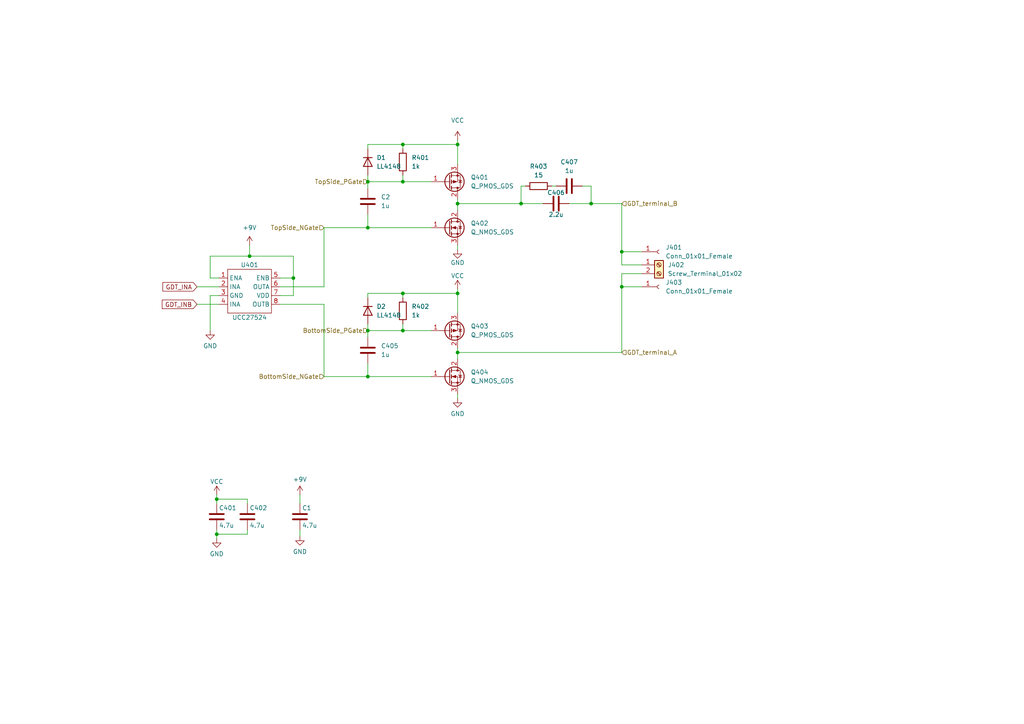
<source format=kicad_sch>
(kicad_sch (version 20211123) (generator eeschema)
  (paper "A4")
  (lib_symbols
    (symbol "Connector:Conn_01x01_Female" (pin_names (offset 1.016) hide)
      (property "Reference" "J" (at 0 2.54 0))
      (property "Value" "Conn_01x01_Female" (at 0 -2.54 0))
      (symbol "Conn_01x01_Female_1_1"
        (polyline (pts (xy -1.27 0) (xy -0.508 0)) (stroke (width 0.1524)))
        (arc (start 0 0.508) (mid -0.508 0) (end 0 -0.508) (stroke (width 0.1524)))
        (pin passive line (at -5.08 0 0) (length 3.81) (name "Pin_1") (number "1"))
      )
    )
    (symbol "Connector:Screw_Terminal_01x02" (pin_names (offset 1.016) hide)
      (property "Reference" "J" (at 0 2.54 0))
      (property "Value" "Screw_Terminal_01x02" (at 0 -5.08 0))
      (symbol "Screw_Terminal_01x02_1_1"
        (rectangle (start -1.27 1.27) (end 1.27 -3.81) (stroke (width 0.254)) (fill (type background)))
        (circle (center 0 -2.54) (radius 0.635) (stroke (width 0.1524)))
        (polyline (pts (xy -0.5334 -2.2098) (xy 0.3302 -3.048)) (stroke (width 0.1524)))
        (polyline (pts (xy -0.5334 0.3302) (xy 0.3302 -0.508)) (stroke (width 0.1524)))
        (polyline (pts (xy -0.3556 -2.032) (xy 0.508 -2.8702)) (stroke (width 0.1524)))
        (polyline (pts (xy -0.3556 0.508) (xy 0.508 -0.3302)) (stroke (width 0.1524)))
        (circle (center 0 0) (radius 0.635) (stroke (width 0.1524)))
        (pin passive line (at -5.08 0 0) (length 3.81) (name "Pin_1") (number "1"))
        (pin passive line (at -5.08 -2.54 0) (length 3.81) (name "Pin_2") (number "2"))
      )
    )
    (symbol "Device:C" (pin_numbers hide) (pin_names (offset 0.254))
      (property "Reference" "C" (at 0.635 2.54 0))
      (property "Value" "C" (at 0.635 -2.54 0))
      (symbol "C_0_1"
        (polyline (pts (xy -2.032 -0.762) (xy 2.032 -0.762)) (stroke (width 0.508)))
        (polyline (pts (xy -2.032 0.762) (xy 2.032 0.762)) (stroke (width 0.508)))
      )
      (symbol "C_1_1"
        (pin passive line (at 0 3.81 270) (length 2.794) (name "~") (number "1"))
        (pin passive line (at 0 -3.81 90) (length 2.794) (name "~") (number "2"))
      )
    )
    (symbol "Device:Q_NMOS_GDS" (pin_names (offset 0) hide)
      (property "Reference" "Q" (at 5.08 1.27 0))
      (property "Value" "Q_NMOS_GDS" (at 5.08 -1.27 0))
      (symbol "Q_NMOS_GDS_0_1"
        (polyline (pts (xy 0.254 0) (xy -2.54 0)))
        (polyline (pts (xy 0.254 1.905) (xy 0.254 -1.905)) (stroke (width 0.254)))
        (polyline (pts (xy 0.762 -1.27) (xy 0.762 -2.286)) (stroke (width 0.254)))
        (polyline (pts (xy 0.762 0.508) (xy 0.762 -0.508)) (stroke (width 0.254)))
        (polyline (pts (xy 0.762 2.286) (xy 0.762 1.27)) (stroke (width 0.254)))
        (polyline (pts (xy 2.54 2.54) (xy 2.54 1.778)))
        (polyline (pts (xy 2.54 -2.54) (xy 2.54 0) (xy 0.762 0)))
        (polyline (pts (xy 0.762 -1.778) (xy 3.302 -1.778) (xy 3.302 1.778) (xy 0.762 1.778)))
        (polyline (pts (xy 1.016 0) (xy 2.032 0.381) (xy 2.032 -0.381) (xy 1.016 0)) (fill (type outline)))
        (polyline (pts (xy 2.794 0.508) (xy 2.921 0.381) (xy 3.683 0.381) (xy 3.81 0.254)))
        (polyline (pts (xy 3.302 0.381) (xy 2.921 -0.254) (xy 3.683 -0.254) (xy 3.302 0.381)))
        (circle (center 1.651 0) (radius 2.794) (stroke (width 0.254)))
        (circle (center 2.54 -1.778) (radius 0.254) (fill (type outline)))
        (circle (center 2.54 1.778) (radius 0.254) (fill (type outline)))
      )
      (symbol "Q_NMOS_GDS_1_1"
        (pin input line (at -5.08 0 0) (length 2.54) (name "G") (number "1"))
        (pin passive line (at 2.54 5.08 270) (length 2.54) (name "D") (number "2"))
        (pin passive line (at 2.54 -5.08 90) (length 2.54) (name "S") (number "3"))
      )
    )
    (symbol "Device:Q_PMOS_GDS" (pin_names (offset 0) hide)
      (property "Reference" "Q" (at 5.08 1.27 0))
      (property "Value" "Q_PMOS_GDS" (at 5.08 -1.27 0))
      (symbol "Q_PMOS_GDS_0_1"
        (polyline (pts (xy 0.254 0) (xy -2.54 0)))
        (polyline (pts (xy 0.254 1.905) (xy 0.254 -1.905)) (stroke (width 0.254)))
        (polyline (pts (xy 0.762 -1.27) (xy 0.762 -2.286)) (stroke (width 0.254)))
        (polyline (pts (xy 0.762 0.508) (xy 0.762 -0.508)) (stroke (width 0.254)))
        (polyline (pts (xy 0.762 2.286) (xy 0.762 1.27)) (stroke (width 0.254)))
        (polyline (pts (xy 2.54 2.54) (xy 2.54 1.778)))
        (polyline (pts (xy 2.54 -2.54) (xy 2.54 0) (xy 0.762 0)))
        (polyline (pts (xy 0.762 1.778) (xy 3.302 1.778) (xy 3.302 -1.778) (xy 0.762 -1.778)))
        (polyline (pts (xy 2.286 0) (xy 1.27 0.381) (xy 1.27 -0.381) (xy 2.286 0)) (fill (type outline)))
        (polyline (pts (xy 2.794 -0.508) (xy 2.921 -0.381) (xy 3.683 -0.381) (xy 3.81 -0.254)))
        (polyline (pts (xy 3.302 -0.381) (xy 2.921 0.254) (xy 3.683 0.254) (xy 3.302 -0.381)))
        (circle (center 1.651 0) (radius 2.794) (stroke (width 0.254)))
        (circle (center 2.54 -1.778) (radius 0.254) (fill (type outline)))
        (circle (center 2.54 1.778) (radius 0.254) (fill (type outline)))
      )
      (symbol "Q_PMOS_GDS_1_1"
        (pin input line (at -5.08 0 0) (length 2.54) (name "G") (number "1"))
        (pin passive line (at 2.54 5.08 270) (length 2.54) (name "D") (number "2"))
        (pin passive line (at 2.54 -5.08 90) (length 2.54) (name "S") (number "3"))
      )
    )
    (symbol "Device:R" (pin_numbers hide) (pin_names (offset 0))
      (property "Reference" "R" (at 2.032 0 90))
      (property "Value" "R" (at 0 0 90))
      (symbol "R_0_1"
        (rectangle (start -1.016 -2.54) (end 1.016 2.54) (stroke (width 0.254)))
      )
      (symbol "R_1_1"
        (pin passive line (at 0 3.81 270) (length 1.27) (name "~") (number "1"))
        (pin passive line (at 0 -3.81 90) (length 1.27) (name "~") (number "2"))
      )
    )
    (symbol "Diode:LL4148" (pin_numbers hide) (pin_names hide)
      (property "Reference" "D" (at 0 2.54 0))
      (property "Value" "LL4148" (at 0 -2.54 0))
      (symbol "LL4148_0_1"
        (polyline (pts (xy -1.27 1.27) (xy -1.27 -1.27)) (stroke (width 0.254)))
        (polyline (pts (xy 1.27 0) (xy -1.27 0)))
        (polyline (pts (xy 1.27 1.27) (xy 1.27 -1.27) (xy -1.27 0) (xy 1.27 1.27)) (stroke (width 0.254)))
      )
      (symbol "LL4148_1_1"
        (pin passive line (at -3.81 0 0) (length 2.54) (name "K") (number "1"))
        (pin passive line (at 3.81 0 180) (length 2.54) (name "A") (number "2"))
      )
    )
    (symbol "Driver_FET:UCC27524"
      (property "Reference" "U" (at 0 10.16 0))
      (property "Value" "UCC27524" (at 0 -10.16 0))
      (symbol "UCC27524_0_1"
        (rectangle (start -6.35 6.35) (end 6.35 -6.35))
      )
      (symbol "UCC27524_1_1"
        (pin input line (at -8.89 3.81 0) (length 2.54) (name "ENA") (number "1"))
        (pin input line (at -8.89 1.27 0) (length 2.54) (name "INA") (number "2"))
        (pin input line (at -8.89 -1.27 0) (length 2.54) (name "GND") (number "3"))
        (pin input line (at -8.89 -3.81 0) (length 2.54) (name "INA") (number "4"))
        (pin input line (at 8.89 3.81 180) (length 2.54) (name "ENB") (number "5"))
        (pin input line (at 8.89 1.27 180) (length 2.54) (name "OUTA") (number "6"))
        (pin input line (at 8.89 -1.27 180) (length 2.54) (name "VDD") (number "7"))
        (pin input line (at 8.89 -3.81 180) (length 2.54) (name "OUTB") (number "8"))
      )
    )
    (symbol "power:+9V" (power) (pin_names (offset 0))
      (property "Value" "+9V" (at 0 3.556 0))
      (symbol "+9V_0_1"
        (polyline (pts (xy -0.762 1.27) (xy 0 2.54)))
        (polyline (pts (xy 0 0) (xy 0 2.54)))
        (polyline (pts (xy 0 2.54) (xy 0.762 1.27)))
      )
      (symbol "+9V_1_1"
        (pin power_in line (at 0 0 90) (length 0) hide (name "+9V") (number "1"))
      )
    )
    (symbol "power:GND" (power) (pin_names (offset 0))
      (property "Value" "GND" (at 0 -3.81 0))
      (symbol "GND_0_1"
        (polyline (pts (xy 0 0) (xy 0 -1.27) (xy 1.27 -1.27) (xy 0 -2.54) (xy -1.27 -1.27) (xy 0 -1.27)))
      )
      (symbol "GND_1_1"
        (pin power_in line (at 0 0 270) (length 0) hide (name "GND") (number "1"))
      )
    )
    (symbol "power:VCC" (power) (pin_names (offset 0))
      (property "Value" "VCC" (at 0 3.81 0))
      (symbol "VCC_0_1"
        (polyline (pts (xy -0.762 1.27) (xy 0 2.54)))
        (polyline (pts (xy 0 0) (xy 0 2.54)))
        (polyline (pts (xy 0 2.54) (xy 0.762 1.27)))
      )
      (symbol "VCC_1_1"
        (pin power_in line (at 0 0 90) (length 0) hide (name "VCC") (number "1"))
      )
    )
  )
  (junction (at 116.84 85.09))
  (junction (at 180.34 83.185))
  (junction (at 151.13 59.055))
  (junction (at 116.84 41.91))
  (junction (at 85.09 80.645))
  (junction (at 62.865 154.94))
  (junction (at 106.68 109.22))
  (junction (at 116.84 95.885))
  (junction (at 132.715 102.235))
  (junction (at 62.865 144.78))
  (junction (at 106.68 95.885))
  (junction (at 72.39 74.295))
  (junction (at 132.715 59.055))
  (junction (at 106.68 52.705))
  (junction (at 180.34 73.025))
  (junction (at 106.68 66.04))
  (junction (at 132.715 85.09))
  (junction (at 171.45 59.055))
  (junction (at 132.715 41.91))
  (junction (at 116.84 52.705))
  (wire (pts (xy 81.28 83.185) (xy 93.98 83.185)))
  (wire (pts (xy 106.68 93.98) (xy 106.68 95.885)))
  (wire (pts (xy 132.715 100.965) (xy 132.715 102.235)))
  (wire (pts (xy 72.39 74.295) (xy 60.96 74.295)))
  (wire (pts (xy 81.28 85.725) (xy 85.09 85.725)))
  (wire (pts (xy 132.715 114.3) (xy 132.715 115.57)))
  (wire (pts (xy 71.755 146.05) (xy 71.755 144.78)))
  (wire (pts (xy 151.13 53.975) (xy 151.13 59.055)))
  (wire (pts (xy 85.09 80.645) (xy 85.09 74.295)))
  (wire (pts (xy 72.39 71.12) (xy 72.39 74.295)))
  (wire (pts (xy 106.68 66.04) (xy 125.095 66.04)))
  (wire (pts (xy 106.68 41.91) (xy 116.84 41.91)))
  (wire (pts (xy 116.84 52.705) (xy 116.84 50.8)))
  (wire (pts (xy 93.98 109.22) (xy 106.68 109.22)))
  (wire (pts (xy 93.98 83.185) (xy 93.98 66.04)))
  (wire (pts (xy 116.84 85.09) (xy 132.715 85.09)))
  (wire (pts (xy 62.865 144.78) (xy 62.865 146.05)))
  (wire (pts (xy 57.15 83.185) (xy 63.5 83.185)))
  (wire (pts (xy 60.96 95.885) (xy 60.96 85.725)))
  (wire (pts (xy 132.715 41.91) (xy 132.715 47.625)))
  (wire (pts (xy 60.96 80.645) (xy 63.5 80.645)))
  (wire (pts (xy 116.84 95.885) (xy 116.84 93.98)))
  (wire (pts (xy 106.68 62.23) (xy 106.68 66.04)))
  (wire (pts (xy 132.715 71.12) (xy 132.715 72.39)))
  (wire (pts (xy 106.68 52.705) (xy 106.68 54.61)))
  (wire (pts (xy 180.34 76.835) (xy 180.34 73.025)))
  (wire (pts (xy 106.68 105.41) (xy 106.68 109.22)))
  (wire (pts (xy 132.715 83.82) (xy 132.715 85.09)))
  (wire (pts (xy 71.755 154.94) (xy 62.865 154.94)))
  (wire (pts (xy 116.84 85.09) (xy 116.84 86.36)))
  (wire (pts (xy 151.13 59.055) (xy 157.48 59.055)))
  (wire (pts (xy 116.84 41.91) (xy 116.84 43.18)))
  (wire (pts (xy 171.45 59.055) (xy 180.34 59.055)))
  (wire (pts (xy 93.98 66.04) (xy 106.68 66.04)))
  (wire (pts (xy 125.095 95.885) (xy 116.84 95.885)))
  (wire (pts (xy 132.715 59.055) (xy 151.13 59.055)))
  (wire (pts (xy 132.715 59.055) (xy 132.715 60.96)))
  (wire (pts (xy 71.755 153.67) (xy 71.755 154.94)))
  (wire (pts (xy 57.15 88.265) (xy 63.5 88.265)))
  (wire (pts (xy 106.68 43.18) (xy 106.68 41.91)))
  (wire (pts (xy 132.715 85.09) (xy 132.715 90.805)))
  (wire (pts (xy 93.98 88.265) (xy 93.98 109.22)))
  (wire (pts (xy 85.09 85.725) (xy 85.09 80.645)))
  (wire (pts (xy 116.84 41.91) (xy 132.715 41.91)))
  (wire (pts (xy 186.055 79.375) (xy 180.34 79.375)))
  (wire (pts (xy 62.865 154.94) (xy 62.865 156.21)))
  (wire (pts (xy 180.34 79.375) (xy 180.34 83.185)))
  (wire (pts (xy 168.91 53.975) (xy 171.45 53.975)))
  (wire (pts (xy 62.865 153.67) (xy 62.865 154.94)))
  (wire (pts (xy 132.715 57.785) (xy 132.715 59.055)))
  (wire (pts (xy 180.34 83.185) (xy 186.055 83.185)))
  (wire (pts (xy 106.68 85.09) (xy 116.84 85.09)))
  (wire (pts (xy 60.96 74.295) (xy 60.96 80.645)))
  (wire (pts (xy 81.28 80.645) (xy 85.09 80.645)))
  (wire (pts (xy 85.09 74.295) (xy 72.39 74.295)))
  (wire (pts (xy 186.055 76.835) (xy 180.34 76.835)))
  (wire (pts (xy 106.68 86.36) (xy 106.68 85.09)))
  (wire (pts (xy 71.755 144.78) (xy 62.865 144.78)))
  (wire (pts (xy 106.68 109.22) (xy 125.095 109.22)))
  (wire (pts (xy 106.68 52.705) (xy 116.84 52.705)))
  (wire (pts (xy 171.45 53.975) (xy 171.45 59.055)))
  (wire (pts (xy 132.715 102.235) (xy 132.715 104.14)))
  (wire (pts (xy 106.68 95.885) (xy 116.84 95.885)))
  (wire (pts (xy 160.02 53.975) (xy 161.29 53.975)))
  (wire (pts (xy 86.995 153.67) (xy 86.995 155.575)))
  (wire (pts (xy 106.68 95.885) (xy 106.68 97.79)))
  (wire (pts (xy 132.715 40.64) (xy 132.715 41.91)))
  (wire (pts (xy 180.34 73.025) (xy 180.34 59.055)))
  (wire (pts (xy 86.995 143.51) (xy 86.995 146.05)))
  (wire (pts (xy 60.96 85.725) (xy 63.5 85.725)))
  (wire (pts (xy 165.1 59.055) (xy 171.45 59.055)))
  (wire (pts (xy 81.28 88.265) (xy 93.98 88.265)))
  (wire (pts (xy 62.865 143.51) (xy 62.865 144.78)))
  (wire (pts (xy 186.055 73.025) (xy 180.34 73.025)))
  (wire (pts (xy 125.095 52.705) (xy 116.84 52.705)))
  (wire (pts (xy 132.715 102.235) (xy 180.34 102.235)))
  (wire (pts (xy 106.68 50.8) (xy 106.68 52.705)))
  (wire (pts (xy 152.4 53.975) (xy 151.13 53.975)))
  (wire (pts (xy 180.34 83.185) (xy 180.34 102.235)))
  (global_label "GDT_INA" (shape input) (at 57.15 83.185 180) (property "Intersheet References" "${INTERSHEET_REFS}" (effects hide)))
  (global_label "GDT_INB" (shape input) (at 57.15 88.265 180) (property "Intersheet References" "${INTERSHEET_REFS}" (effects hide)))
  (hierarchical_label "GDT_terminal_A" (shape input) (at 180.34 102.235 0))
  (hierarchical_label "TopSide_NGate" (shape input) (at 93.98 66.04 180))
  (hierarchical_label "BottomSide_NGate" (shape input) (at 93.98 109.22 180))
  (hierarchical_label "TopSide_PGate" (shape input) (at 106.68 52.705 180))
  (hierarchical_label "BottomSide_PGate" (shape input) (at 106.68 95.885 180))
  (hierarchical_label "GDT_terminal_B" (shape input) (at 180.34 59.055 0))
  (symbol (lib_id "Device:Q_PMOS_GDS") (at 130.175 52.705 0) (mirror x) (unit 1)
    (property "Reference" "Q401" (at 136.525 51.4349 0) (effects (justify left)))
    (property "Value" "Q_PMOS_GDS" (at 136.525 53.9749 0) (effects (justify left)))
    (property "Footprint" "Package_TO_SOT_SMD:TO-252-2" (effects hide))
  )
  (symbol (lib_id "Device:Q_PMOS_GDS") (at 130.175 95.885 0) (mirror x) (unit 1)
    (property "Reference" "Q403" (at 136.525 94.6149 0) (effects (justify left)))
    (property "Value" "Q_PMOS_GDS" (at 136.525 97.1549 0) (effects (justify left)))
    (property "Footprint" "Package_TO_SOT_SMD:TO-252-2" (effects hide))
  )
  (symbol (lib_id "Device:C") (at 71.755 149.86 0) (unit 1)
    (property "Reference" "C402" (at 72.39 147.32 0) (effects (justify left)))
    (property "Value" "4.7u" (at 72.39 152.4 0) (effects (justify left)))
    (property "Footprint" "Capacitor_SMD:C_1206_3216Metric" (effects hide))
  )
  (symbol (lib_id "Diode:LL4148") (at 106.68 90.17 270) (unit 1)
    (property "Reference" "D2" (at 109.22 88.8999 90) (effects (justify left)))
    (property "Value" "LL4148" (at 109.22 91.4399 90) (effects (justify left)))
    (property "Footprint" "Diode_SMD:D_MiniMELF" (effects hide))
    (property "Datasheet" "http://www.vishay.com/docs/85557/ll4148.pdf" (effects hide))
  )
  (symbol (lib_id "Device:C") (at 106.68 101.6 0) (unit 1)
    (property "Reference" "C405" (at 110.49 100.3299 0) (effects (justify left)))
    (property "Value" "1u" (at 110.49 102.8699 0) (effects (justify left)))
    (property "Footprint" "Capacitor_SMD:C_0805_2012Metric" (effects hide))
  )
  (symbol (lib_id "Device:Q_NMOS_GDS") (at 130.175 66.04 0) (unit 1)
    (property "Reference" "Q402" (at 136.525 64.7699 0) (effects (justify left)))
    (property "Value" "Q_NMOS_GDS" (at 136.525 67.3099 0) (effects (justify left)))
    (property "Footprint" "Package_TO_SOT_SMD:TO-252-2" (effects hide))
  )
  (symbol (lib_id "Device:C") (at 161.29 59.055 90) (unit 1)
    (property "Reference" "C406" (at 161.29 55.88 90))
    (property "Value" "2.2u" (at 161.29 62.23 90))
    (property "Footprint" "Capacitor_SMD:C_2220_5650Metric" (effects hide))
  )
  (symbol (lib_id "Connector:Conn_01x01_Female") (at 191.135 83.185 0) (unit 1)
    (property "Reference" "J403" (at 193.04 81.9149 0) (effects (justify left)))
    (property "Value" "Conn_01x01_Female" (at 193.04 84.4549 0) (effects (justify left)))
    (property "Footprint" "Connector_PinHeader_2.54mm:PinHeader_1x01_P2.54mm_Vertical" (effects hide))
  )
  (symbol (lib_id "Connector:Conn_01x01_Female") (at 191.135 73.025 0) (unit 1)
    (property "Reference" "J401" (at 193.04 71.7549 0) (effects (justify left)))
    (property "Value" "Conn_01x01_Female" (at 193.04 74.2949 0) (effects (justify left)))
    (property "Footprint" "Connector_PinHeader_2.54mm:PinHeader_1x01_P2.54mm_Vertical" (effects hide))
  )
  (symbol (lib_id "Device:R") (at 116.84 46.99 0) (unit 1)
    (property "Reference" "R401" (at 119.38 45.7199 0) (effects (justify left)))
    (property "Value" "1k" (at 119.38 48.2599 0) (effects (justify left)))
    (property "Footprint" "Resistor_SMD:R_0805_2012Metric" (effects hide))
  )
  (symbol (lib_id "Device:R") (at 156.21 53.975 90) (unit 1)
    (property "Reference" "R403" (at 156.21 48.26 90))
    (property "Value" "15" (at 156.21 50.8 90))
    (property "Footprint" "Resistor_SMD:R_0805_2012Metric" (effects hide))
  )
  (symbol (lib_id "Connector:Screw_Terminal_01x02") (at 191.135 76.835 0) (unit 1)
    (property "Reference" "J402" (at 193.675 76.8349 0) (effects (justify left)))
    (property "Value" "Screw_Terminal_01x02" (at 193.675 79.3749 0) (effects (justify left)))
    (property "Footprint" "TerminalBlock_Phoenix:TerminalBlock_Phoenix_PT-1,5-2-3.5-H_1x02_P3.50mm_Horizontal" (effects hide))
  )
  (symbol (lib_id "power:GND") (at 60.96 95.885 0) (unit 1)
    (property "Reference" "#PWR0401" (effects hide))
    (property "Value" "GND" (at 60.96 100.33 0))
  )
  (symbol (lib_id "power:GND") (at 62.865 156.21 0) (unit 1)
    (property "Reference" "#PWR0403" (effects hide))
    (property "Value" "GND" (at 62.865 160.655 0))
  )
  (symbol (lib_id "power:+9V") (at 72.39 71.12 0) (unit 1)
    (property "Reference" "#PWR0404" (effects hide))
    (property "Value" "+9V" (at 72.39 66.04 0))
  )
  (symbol (lib_id "power:GND") (at 86.995 155.575 0) (unit 1)
    (property "Reference" "#PWR0406" (effects hide))
    (property "Value" "GND" (at 86.995 160.02 0))
  )
  (symbol (lib_id "power:GND") (at 132.715 72.39 0) (unit 1)
    (property "Reference" "#PWR0408" (effects hide))
    (property "Value" "GND" (at 132.715 76.2 0))
  )
  (symbol (lib_id "power:+9V") (at 86.995 143.51 0) (unit 1)
    (property "Reference" "#PWR0405" (effects hide))
    (property "Value" "+9V" (at 86.995 139.065 0))
  )
  (symbol (lib_id "power:VCC") (at 132.715 83.82 0) (unit 1)
    (property "Reference" "#PWR0409" (effects hide))
    (property "Value" "VCC" (at 132.715 80.01 0))
  )
  (symbol (lib_id "Device:C") (at 62.865 149.86 0) (unit 1)
    (property "Reference" "C401" (at 63.5 147.32 0) (effects (justify left)))
    (property "Value" "4.7u" (at 63.5 152.4 0) (effects (justify left)))
    (property "Footprint" "Capacitor_SMD:C_1206_3216Metric" (effects hide))
  )
  (symbol (lib_id "Device:R") (at 116.84 90.17 0) (unit 1)
    (property "Reference" "R402" (at 119.38 88.8999 0) (effects (justify left)))
    (property "Value" "1k" (at 119.38 91.4399 0) (effects (justify left)))
    (property "Footprint" "Resistor_SMD:R_0805_2012Metric" (effects hide))
  )
  (symbol (lib_id "Driver_FET:UCC27524") (at 72.39 84.455 0) (unit 1)
    (property "Reference" "U401" (at 72.39 76.835 0))
    (property "Value" "UCC27524" (at 72.39 92.075 0))
    (property "Footprint" "Package_SO:SOIC-8_3.9x4.9mm_P1.27mm" (effects hide))
    (property "Datasheet" "https://datasheet.lcsc.com/lcsc/1912111437_Texas-Instruments-UCC27524DR_C465729.pdf" (effects hide))
  )
  (symbol (lib_id "Device:C") (at 106.68 58.42 0) (unit 1)
    (property "Reference" "C2" (at 110.49 57.1499 0) (effects (justify left)))
    (property "Value" "1u" (at 110.49 59.6899 0) (effects (justify left)))
    (property "Footprint" "Capacitor_SMD:C_0805_2012Metric" (effects hide))
  )
  (symbol (lib_id "Diode:LL4148") (at 106.68 46.99 270) (unit 1)
    (property "Reference" "D1" (at 109.22 45.7199 90) (effects (justify left)))
    (property "Value" "LL4148" (at 109.22 48.2599 90) (effects (justify left)))
    (property "Footprint" "Diode_SMD:D_MiniMELF" (effects hide))
    (property "Datasheet" "http://www.vishay.com/docs/85557/ll4148.pdf" (effects hide))
  )
  (symbol (lib_id "Device:Q_NMOS_GDS") (at 130.175 109.22 0) (unit 1)
    (property "Reference" "Q404" (at 136.525 107.9499 0) (effects (justify left)))
    (property "Value" "Q_NMOS_GDS" (at 136.525 110.4899 0) (effects (justify left)))
    (property "Footprint" "Package_TO_SOT_SMD:TO-252-2" (effects hide))
  )
  (symbol (lib_id "power:VCC") (at 62.865 143.51 0) (unit 1)
    (property "Reference" "#PWR0402" (effects hide))
    (property "Value" "VCC" (at 62.865 139.7 0))
  )
  (symbol (lib_id "Device:C") (at 86.995 149.86 0) (unit 1)
    (property "Reference" "C1" (at 87.63 147.32 0) (effects (justify left)))
    (property "Value" "4.7u" (at 87.63 152.4 0) (effects (justify left)))
    (property "Footprint" "Capacitor_SMD:C_1206_3216Metric" (effects hide))
  )
  (symbol (lib_id "Device:C") (at 165.1 53.975 90) (unit 1)
    (property "Reference" "C407" (at 165.1 46.99 90))
    (property "Value" "1u" (at 165.1 49.53 90))
    (property "Footprint" "Capacitor_SMD:C_0805_2012Metric" (effects hide))
  )
  (symbol (lib_id "power:GND") (at 132.715 115.57 0) (unit 1)
    (property "Reference" "#PWR0410" (effects hide))
    (property "Value" "GND" (at 132.715 120.015 0))
  )
  (symbol (lib_id "power:VCC") (at 132.715 40.64 0) (unit 1)
    (property "Reference" "#PWR0407" (effects hide))
    (property "Value" "VCC" (at 132.715 34.925 0))
  )
)
</source>
